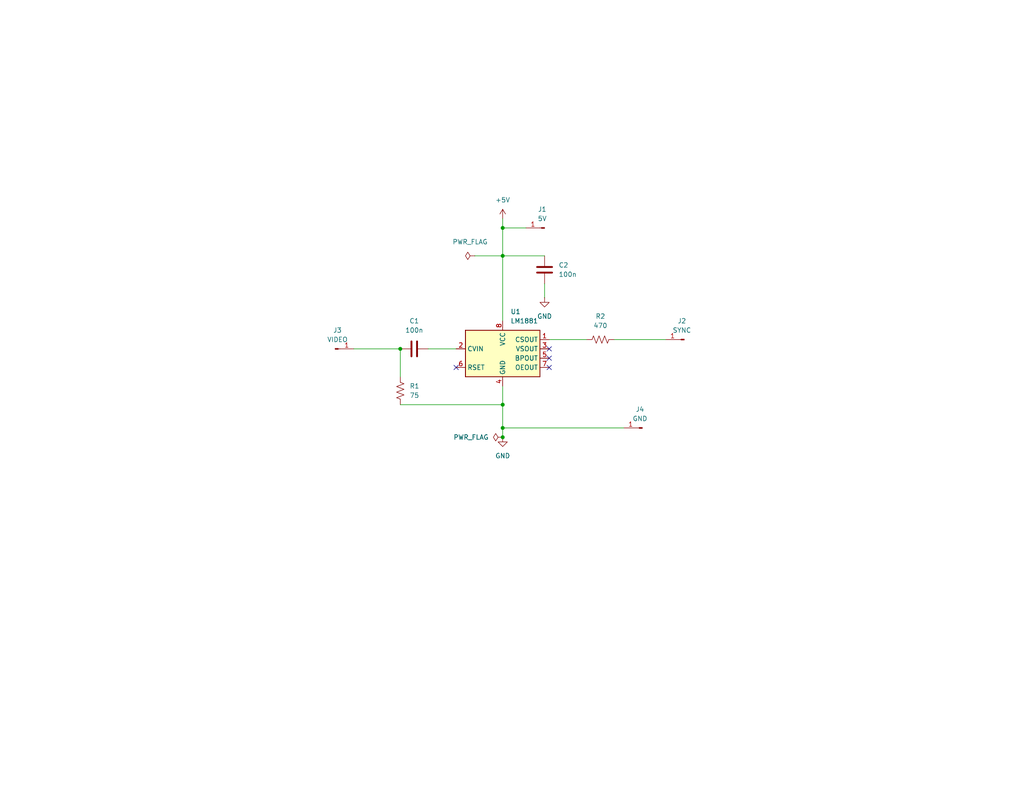
<source format=kicad_sch>
(kicad_sch (version 20250114) (generator "eeschema") (generator_version "9.0")
  (paper "A")
  (title_block (title "LM1881 Based Sync Stripper") (date "2025-03-22") (rev "0"))
  (lib_symbols
    (symbol "Connector:Conn_01x01_Pin" (pin_names (offset 1.016) (hide yes))
      (property "Reference" "J" (at 0 2.54 0))
      (property "Value" "Conn_01x01_Pin" (at 0 -2.54 0))
      (symbol "Conn_01x01_Pin_1_1"
        (rectangle (start 0.8636 0.127) (end 0 -0.127) (stroke (width 0.1524)) (fill (type outline)))
        (polyline (pts (xy 1.27 0) (xy 0.8636 0)) (stroke (width 0.1524)))
        (pin passive line (at 5.08 0 180) (length 3.81) (name "Pin_1") (number "1"))
      )
    )
    (symbol "Device:C" (pin_numbers (hide yes)) (pin_names (offset 0.254))
      (property "Reference" "C" (at 0.635 2.54 0))
      (property "Value" "C" (at 0.635 -2.54 0))
      (symbol "C_0_1"
        (polyline (pts (xy -2.032 0.762) (xy 2.032 0.762)) (stroke (width 0.508)))
        (polyline (pts (xy -2.032 -0.762) (xy 2.032 -0.762)) (stroke (width 0.508)))
      )
      (symbol "C_1_1"
        (pin passive line (at 0 3.81 270) (length 2.794) (name "~") (number "1"))
        (pin passive line (at 0 -3.81 90) (length 2.794) (name "~") (number "2"))
      )
    )
    (symbol "Device:R_US" (pin_numbers (hide yes)) (pin_names (offset 0))
      (property "Reference" "R" (at 2.54 0 90))
      (property "Value" "R_US" (at -2.54 0 90))
      (symbol "R_US_0_1"
        (polyline (pts (xy 0 2.286) (xy 0 2.54)))
        (polyline (pts (xy 0 2.286) (xy 1.016 1.905) (xy 0 1.524) (xy -1.016 1.143) (xy 0 0.762)))
        (polyline (pts (xy 0 0.762) (xy 1.016 0.381) (xy 0 0) (xy -1.016 -0.381) (xy 0 -0.762)))
        (polyline (pts (xy 0 -0.762) (xy 1.016 -1.143) (xy 0 -1.524) (xy -1.016 -1.905) (xy 0 -2.286)))
        (polyline (pts (xy 0 -2.286) (xy 0 -2.54)))
      )
      (symbol "R_US_1_1"
        (pin passive line (at 0 3.81 270) (length 1.27) (name "~") (number "1"))
        (pin passive line (at 0 -3.81 90) (length 1.27) (name "~") (number "2"))
      )
    )
    (symbol "Video:LM1881"
      (property "Reference" "U" (at -8.89 8.89 0))
      (property "Value" "LM1881" (at 6.35 8.89 0))
      (symbol "LM1881_0_1"
        (rectangle (start -10.16 7.62) (end 10.16 -5.08) (stroke (width 0.254)) (fill (type background)))
      )
      (symbol "LM1881_1_1"
        (pin input line (at -12.7 2.54 0) (length 2.54) (name "CVIN") (number "2"))
        (pin input line (at -12.7 -2.54 0) (length 2.54) (name "RSET") (number "6"))
        (pin power_in line (at 0 10.16 270) (length 2.54) (name "VCC") (number "8"))
        (pin power_in line (at 0 -7.62 90) (length 2.54) (name "GND") (number "4"))
        (pin output line (at 12.7 5.08 180) (length 2.54) (name "CSOUT") (number "1"))
        (pin output line (at 12.7 2.54 180) (length 2.54) (name "VSOUT") (number "3"))
        (pin output line (at 12.7 0 180) (length 2.54) (name "BPOUT") (number "5"))
        (pin output line (at 12.7 -2.54 180) (length 2.54) (name "OEOUT") (number "7"))
      )
    )
    (symbol "power:+5V" (power) (pin_numbers (hide yes)) (pin_names (offset 0) (hide yes))
      (property "Value" "+5V" (at 0 3.556 0))
      (symbol "+5V_0_1"
        (polyline (pts (xy -0.762 1.27) (xy 0 2.54)))
        (polyline (pts (xy 0 2.54) (xy 0.762 1.27)))
        (polyline (pts (xy 0 0) (xy 0 2.54)))
      )
      (symbol "+5V_1_1"
        (pin power_in line (at 0 0 90) (length 0) (name "~") (number "1"))
      )
    )
    (symbol "power:GND" (power) (pin_numbers (hide yes)) (pin_names (offset 0) (hide yes))
      (property "Value" "GND" (at 0 -3.81 0))
      (symbol "GND_0_1"
        (polyline (pts (xy 0 0) (xy 0 -1.27) (xy 1.27 -1.27) (xy 0 -2.54) (xy -1.27 -1.27) (xy 0 -1.27)))
      )
      (symbol "GND_1_1"
        (pin power_in line (at 0 0 270) (length 0) (name "~") (number "1"))
      )
    )
    (symbol "power:PWR_FLAG" (power) (pin_numbers (hide yes)) (pin_names (offset 0) (hide yes))
      (property "Value" "PWR_FLAG" (at 0 3.81 0))
      (symbol "PWR_FLAG_0_0"
        (pin power_out line (at 0 0 90) (length 0) (name "~") (number "1"))
      )
      (symbol "PWR_FLAG_0_1"
        (polyline (pts (xy 0 0) (xy 0 1.27) (xy -1.016 1.905) (xy 0 2.54) (xy 1.016 1.905) (xy 0 1.27)))
      )
    )
  )
  (junction (at 137.16 62.23))
  (junction (at 109.22 95.25))
  (junction (at 137.16 119.38))
  (junction (at 137.16 116.84))
  (junction (at 137.16 69.85))
  (junction (at 137.16 110.49))
  (no_connect (at 149.86 97.79))
  (no_connect (at 149.86 100.33))
  (no_connect (at 149.86 95.25))
  (no_connect (at 124.46 100.33))
  (wire (pts (xy 137.16 105.41) (xy 137.16 110.49)))
  (wire (pts (xy 137.16 59.69) (xy 137.16 62.23)))
  (wire (pts (xy 137.16 62.23) (xy 137.16 69.85)))
  (wire (pts (xy 137.16 69.85) (xy 137.16 87.63)))
  (wire (pts (xy 96.52 95.25) (xy 109.22 95.25)))
  (wire (pts (xy 137.16 116.84) (xy 170.18 116.84)))
  (wire (pts (xy 109.22 110.49) (xy 137.16 110.49)))
  (wire (pts (xy 116.84 95.25) (xy 124.46 95.25)))
  (wire (pts (xy 167.64 92.71) (xy 181.61 92.71)))
  (wire (pts (xy 137.16 110.49) (xy 137.16 116.84)))
  (wire (pts (xy 148.59 77.47) (xy 148.59 81.28)))
  (wire (pts (xy 109.22 95.25) (xy 109.22 102.87)))
  (wire (pts (xy 149.86 92.71) (xy 160.02 92.71)))
  (wire (pts (xy 137.16 116.84) (xy 137.16 119.38)))
  (wire (pts (xy 143.51 62.23) (xy 137.16 62.23)))
  (wire (pts (xy 129.54 69.85) (xy 137.16 69.85)))
  (wire (pts (xy 137.16 69.85) (xy 148.59 69.85)))
  (symbol (lib_id "Device:R_US") (at 109.22 106.68 0) (unit 1)
    (property "Reference" "R1" (at 111.76 105.4099 0) (effects (justify left)))
    (property "Value" "75" (at 111.76 107.9499 0) (effects (justify left)))
    (property "Footprint" "Resistor_SMD:R_0603_1608Metric_Pad0.98x0.95mm_HandSolder" (effects (hide yes)))
    (property "Description" "Resistor, US symbol" (effects (hide yes)))
  )
  (symbol (lib_id "power:PWR_FLAG") (at 129.54 69.85 90) (unit 1)
    (property "Reference" "#FLG01" (effects (hide yes)))
    (property "Value" "PWR_FLAG" (at 128.27 66.04 90))
    (property "Description" "Special symbol for telling ERC where power comes from" (effects (hide yes)))
  )
  (symbol (lib_id "power:PWR_FLAG") (at 137.16 119.38 90) (unit 1)
    (property "Reference" "#FLG02" (effects (hide yes)))
    (property "Value" "PWR_FLAG" (at 133.35 119.3799 90) (effects (justify left)))
    (property "Description" "Special symbol for telling ERC where power comes from" (effects (hide yes)))
  )
  (symbol (lib_id "power:GND") (at 148.59 81.28 0) (unit 1)
    (property "Reference" "#PWR03" (effects (hide yes)))
    (property "Value" "GND" (at 148.59 86.36 0))
    (property "Description" "Power symbol creates a global label with name \"GND\" , ground" (effects (hide yes)))
  )
  (symbol (lib_id "power:+5V") (at 137.16 59.69 0) (unit 1)
    (property "Reference" "#PWR05" (effects (hide yes)))
    (property "Value" "+5V" (at 137.16 54.61 0))
    (property "Description" "Power symbol creates a global label with name \"+5V\"" (effects (hide yes)))
  )
  (symbol (lib_id "Connector:Conn_01x01_Pin") (at 175.26 116.84 180) (unit 1)
    (property "Reference" "J4" (at 174.625 111.76 0))
    (property "Value" "GND" (at 174.625 114.3 0))
    (property "Footprint" "Connector_Wire:SolderWirePad_1x01_SMD_1x2mm" (effects (hide yes)))
    (property "Description" "Generic connector, single row, 01x01, script generated" (effects (hide yes)))
  )
  (symbol (lib_id "power:GND") (at 137.16 119.38 0) (unit 1)
    (property "Reference" "#PWR02" (effects (hide yes)))
    (property "Value" "GND" (at 137.16 124.46 0))
    (property "Description" "Power symbol creates a global label with name \"GND\" , ground" (effects (hide yes)))
  )
  (symbol (lib_id "Video:LM1881") (at 137.16 97.79 0) (unit 1)
    (property "Reference" "U1" (at 139.3033 85.09 0) (effects (justify left)))
    (property "Value" "LM1881" (at 139.3033 87.63 0) (effects (justify left)))
    (property "Footprint" "Package_SO:SOIC-8_3.9x4.9mm_P1.27mm" (effects (hide yes)))
    (property "Datasheet" "https://www.ti.com/lit/ds/symlink/lm1881.pdf" (effects (hide yes)))
    (property "Description" "Video Sync Separator, composite sync and vertical sync outputs, DIP-8 / SOIC-8" (effects (hide yes)))
  )
  (symbol (lib_id "Device:C") (at 148.59 73.66 0) (unit 1)
    (property "Reference" "C2" (at 152.4 72.3899 0) (effects (justify left)))
    (property "Value" "100n" (at 152.4 74.9299 0) (effects (justify left)))
    (property "Footprint" "Capacitor_SMD:C_0603_1608Metric_Pad1.08x0.95mm_HandSolder" (effects (hide yes)))
    (property "Description" "Unpolarized capacitor" (effects (hide yes)))
  )
  (symbol (lib_id "Connector:Conn_01x01_Pin") (at 148.59 62.23 180) (unit 1)
    (property "Reference" "J1" (at 147.955 57.15 0))
    (property "Value" "5V" (at 147.955 59.69 0))
    (property "Footprint" "Connector_Wire:SolderWirePad_1x01_SMD_1x2mm" (effects (hide yes)))
    (property "Description" "Generic connector, single row, 01x01, script generated" (effects (hide yes)))
  )
  (symbol (lib_id "Device:C") (at 113.03 95.25 270) (unit 1)
    (property "Reference" "C1" (at 113.03 87.63 90))
    (property "Value" "100n" (at 113.03 90.17 90))
    (property "Footprint" "Capacitor_SMD:C_0603_1608Metric_Pad1.08x0.95mm_HandSolder" (effects (hide yes)))
    (property "Description" "Unpolarized capacitor" (effects (hide yes)))
  )
  (symbol (lib_id "Device:R_US") (at 163.83 92.71 90) (unit 1)
    (property "Reference" "R2" (at 163.83 86.36 90))
    (property "Value" "470" (at 163.83 88.9 90))
    (property "Footprint" "Resistor_SMD:R_0603_1608Metric_Pad0.98x0.95mm_HandSolder" (effects (hide yes)))
    (property "Description" "Resistor, US symbol" (effects (hide yes)))
  )
  (symbol (lib_id "Connector:Conn_01x01_Pin") (at 91.44 95.25 0) (unit 1)
    (property "Reference" "J3" (at 92.075 90.17 0))
    (property "Value" "VIDEO" (at 92.075 92.71 0))
    (property "Footprint" "Connector_Wire:SolderWirePad_1x01_SMD_1x2mm" (effects (hide yes)))
    (property "Description" "Generic connector, single row, 01x01, script generated" (effects (hide yes)))
  )
  (symbol (lib_id "Connector:Conn_01x01_Pin") (at 186.69 92.71 180) (unit 1)
    (property "Reference" "J2" (at 186.055 87.63 0))
    (property "Value" "SYNC" (at 186.055 90.17 0))
    (property "Footprint" "Connector_Wire:SolderWirePad_1x01_SMD_1x2mm" (effects (hide yes)))
    (property "Description" "Generic connector, single row, 01x01, script generated" (effects (hide yes)))
  )
)
</source>
